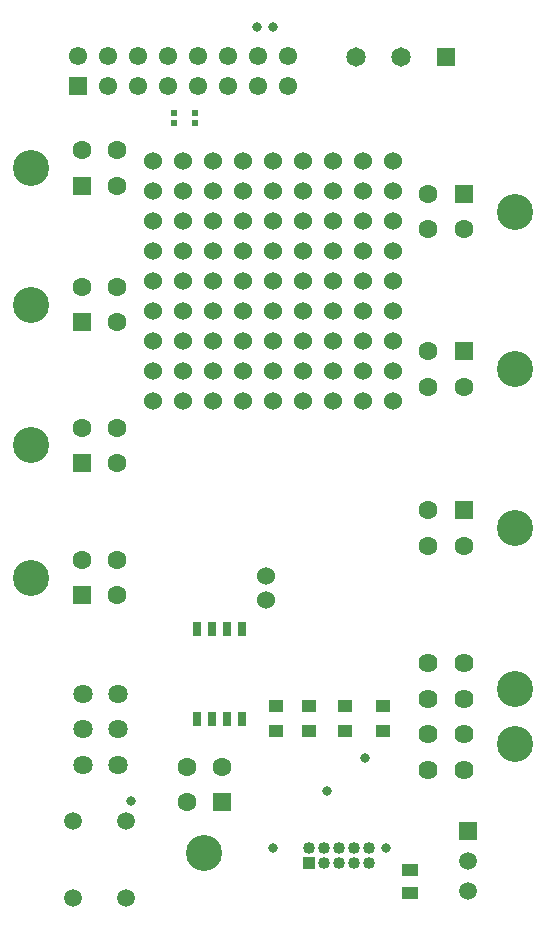
<source format=gbr>
%TF.GenerationSoftware,Altium Limited,Altium Designer,20.1.14 (287)*%
G04 Layer_Color=255*
%FSLAX25Y25*%
%MOIN*%
%TF.SameCoordinates,EAB65FBB-9CC0-4E70-8F82-B449C0BBF2B7*%
%TF.FilePolarity,Positive*%
%TF.FileFunction,Pads,Top*%
%TF.Part,Single*%
G01*
G75*
%TA.AperFunction,SMDPad,CuDef*%
%ADD10R,0.05512X0.04134*%
%ADD11C,0.03200*%
%ADD12R,0.02992X0.05000*%
%ADD13R,0.04724X0.04331*%
G04:AMPARAMS|DCode=14|XSize=21.65mil|YSize=19.68mil|CornerRadius=2.46mil|HoleSize=0mil|Usage=FLASHONLY|Rotation=0.000|XOffset=0mil|YOffset=0mil|HoleType=Round|Shape=RoundedRectangle|*
%AMROUNDEDRECTD14*
21,1,0.02165,0.01476,0,0,0.0*
21,1,0.01673,0.01968,0,0,0.0*
1,1,0.00492,0.00837,-0.00738*
1,1,0.00492,-0.00837,-0.00738*
1,1,0.00492,-0.00837,0.00738*
1,1,0.00492,0.00837,0.00738*
%
%ADD14ROUNDEDRECTD14*%
%TA.AperFunction,ComponentPad*%
%ADD16C,0.06102*%
%ADD17R,0.06102X0.06102*%
%ADD18C,0.06000*%
%ADD19C,0.12008*%
%ADD20C,0.06319*%
%ADD21R,0.06319X0.06319*%
%ADD22C,0.06378*%
%ADD23C,0.05898*%
%ADD24R,0.04000X0.04000*%
%ADD25C,0.04000*%
%ADD26R,0.06319X0.06319*%
%ADD27R,0.06496X0.06496*%
%ADD28C,0.06496*%
%ADD29C,0.06417*%
%ADD30R,0.05906X0.05906*%
%ADD31C,0.05906*%
D10*
X145500Y6020D02*
D03*
Y13500D02*
D03*
D11*
X100000Y294500D02*
D03*
X52500Y36500D02*
D03*
X94500Y294500D02*
D03*
X100000Y21000D02*
D03*
X137500D02*
D03*
X130500Y51000D02*
D03*
X118000Y40000D02*
D03*
D12*
X74500Y94000D02*
D03*
X79500D02*
D03*
X84500D02*
D03*
X89500D02*
D03*
Y64000D02*
D03*
X84500D02*
D03*
X79500D02*
D03*
X74500D02*
D03*
D13*
X101000Y60000D02*
D03*
Y68268D02*
D03*
X136500Y60000D02*
D03*
Y68268D02*
D03*
X112000Y60000D02*
D03*
Y68268D02*
D03*
X124000Y60000D02*
D03*
Y68268D02*
D03*
D14*
X67000Y262500D02*
D03*
Y266043D02*
D03*
X74000Y262500D02*
D03*
Y266043D02*
D03*
D16*
X105000Y285000D02*
D03*
X95000D02*
D03*
X85000D02*
D03*
X75000D02*
D03*
X65000D02*
D03*
X55000D02*
D03*
X45000D02*
D03*
X35000D02*
D03*
X105000Y275000D02*
D03*
X95000D02*
D03*
X85000D02*
D03*
X75000D02*
D03*
X65000D02*
D03*
X55000D02*
D03*
X45000D02*
D03*
D17*
X35000D02*
D03*
D18*
X130000Y250000D02*
D03*
X120000D02*
D03*
X110000D02*
D03*
X60000Y190000D02*
D03*
Y170000D02*
D03*
Y180000D02*
D03*
X97500Y103500D02*
D03*
Y111500D02*
D03*
X140000Y190000D02*
D03*
Y180000D02*
D03*
Y170000D02*
D03*
Y200000D02*
D03*
Y230000D02*
D03*
X120000Y170000D02*
D03*
X130000D02*
D03*
X140000Y210000D02*
D03*
Y220000D02*
D03*
X110000Y170000D02*
D03*
X100000D02*
D03*
X90000D02*
D03*
X80000D02*
D03*
X70000D02*
D03*
X60000Y210000D02*
D03*
X100000Y250000D02*
D03*
X90000D02*
D03*
X80000D02*
D03*
X130000Y240000D02*
D03*
X120000D02*
D03*
X110000D02*
D03*
X100000D02*
D03*
X90000D02*
D03*
X80000D02*
D03*
X110000Y230000D02*
D03*
X100000D02*
D03*
X90000D02*
D03*
X80000D02*
D03*
X70000D02*
D03*
X60000Y220000D02*
D03*
X70000Y190000D02*
D03*
X80000Y220000D02*
D03*
X70000D02*
D03*
X140000Y250000D02*
D03*
X90000Y190000D02*
D03*
X80000Y180000D02*
D03*
X120000Y230000D02*
D03*
X130000D02*
D03*
X140000Y240000D02*
D03*
X90000Y180000D02*
D03*
X70000Y210000D02*
D03*
X130000Y220000D02*
D03*
X120000D02*
D03*
X110000D02*
D03*
X100000D02*
D03*
X90000D02*
D03*
X130000Y210000D02*
D03*
X120000D02*
D03*
X110000D02*
D03*
X100000D02*
D03*
X90000D02*
D03*
X80000D02*
D03*
X120000Y200000D02*
D03*
X110000D02*
D03*
X100000D02*
D03*
X90000D02*
D03*
X80000D02*
D03*
X70000D02*
D03*
Y250000D02*
D03*
X100000Y190000D02*
D03*
X70000Y180000D02*
D03*
X130000D02*
D03*
X120000D02*
D03*
X110000D02*
D03*
X100000D02*
D03*
X70000Y240000D02*
D03*
X80000Y190000D02*
D03*
X60000Y200000D02*
D03*
X130000D02*
D03*
X60000Y230000D02*
D03*
X110000Y190000D02*
D03*
X130000D02*
D03*
X120000D02*
D03*
X60000Y240000D02*
D03*
Y250000D02*
D03*
D19*
X19193Y155095D02*
D03*
X180500Y74004D02*
D03*
Y55500D02*
D03*
Y233000D02*
D03*
Y180500D02*
D03*
Y127500D02*
D03*
X19193Y111000D02*
D03*
Y202000D02*
D03*
Y247500D02*
D03*
X77000Y19193D02*
D03*
D20*
X48012Y161000D02*
D03*
Y149189D02*
D03*
X36201Y161000D02*
D03*
X151681Y227095D02*
D03*
Y238906D02*
D03*
X163492Y227095D02*
D03*
X151681Y174594D02*
D03*
Y186406D02*
D03*
X163492Y174594D02*
D03*
X151681Y121595D02*
D03*
Y133405D02*
D03*
X163492Y121595D02*
D03*
X48012Y116905D02*
D03*
Y105095D02*
D03*
X36201Y116905D02*
D03*
X48012Y207906D02*
D03*
Y196095D02*
D03*
X36201Y207906D02*
D03*
X48012Y253405D02*
D03*
Y241595D02*
D03*
X36201Y253405D02*
D03*
X71095Y48012D02*
D03*
X82906D02*
D03*
X71095Y36201D02*
D03*
D21*
X36201Y149189D02*
D03*
X163492Y238906D02*
D03*
Y186406D02*
D03*
Y133405D02*
D03*
X36201Y105095D02*
D03*
Y196095D02*
D03*
Y241595D02*
D03*
D22*
X151681Y47035D02*
D03*
Y58846D02*
D03*
Y70657D02*
D03*
Y82468D02*
D03*
X163492Y47035D02*
D03*
Y58846D02*
D03*
Y70657D02*
D03*
Y82468D02*
D03*
D23*
X33142Y4205D02*
D03*
Y29795D02*
D03*
X50858D02*
D03*
Y4205D02*
D03*
D24*
X112000Y16000D02*
D03*
D25*
Y21000D02*
D03*
X117000Y16000D02*
D03*
Y21000D02*
D03*
X122000Y16000D02*
D03*
Y21000D02*
D03*
X127000Y16000D02*
D03*
Y21000D02*
D03*
X132000Y16000D02*
D03*
Y21000D02*
D03*
D26*
X82906Y36201D02*
D03*
D27*
X157500Y284500D02*
D03*
D28*
X142500D02*
D03*
X127500D02*
D03*
D29*
X36508Y72311D02*
D03*
Y60500D02*
D03*
Y48689D02*
D03*
X48319D02*
D03*
Y60500D02*
D03*
Y72311D02*
D03*
D30*
X165000Y26500D02*
D03*
D31*
Y16500D02*
D03*
Y6500D02*
D03*
%TF.MD5,11aa0a61f7a86fe8f10407e857aa7c4c*%
M02*

</source>
